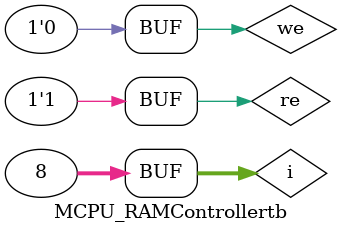
<source format=v>
module MCPU_RAMControllertb();

parameter WORD_SIZE=8;
parameter ADDR_WIDTH=8;
parameter RAM_SIZE=1<<ADDR_WIDTH;

integer i;

reg [WORD_SIZE-1:0] datawr;
reg [WORD_SIZE-1:0] addr;
reg [WORD_SIZE-1:0] instraddr;

reg we;
reg re;

wire [WORD_SIZE-1:0] datard;
wire [WORD_SIZE-1:0] instrrd;
wire [WORD_SIZE-1:0] instructionRead;
reg [WORD_SIZE-1:0] memi[RAM_SIZE-1:0];

MCPU_RAMController #(.WORD_SIZE(WORD_SIZE), .ADDR_WIDTH(ADDR_WIDTH), .RAM_SIZE(RAM_SIZE)) raminst (we, datawr, re, addr, datard, instraddr);
initial begin
    we = 1;
    re = 0;
end

always begin 
    #2 we =1;
    #2 we =0;
end
always begin
    #2 re=0;
    #2 re=1;
end
always begin 
    #2
    for (i=0; i<WORD_SIZE; i=i+1) begin
        datawr[i] = $random;
    end
    #2
    for(i=0; i<WORD_SIZE; i=i+1) begin 
        addr[i] = $random;
    end
    #2
    memi[addr] = datawr;
end

always begin 
    for (i=0; i<WORD_SIZE; i=i+1) begin 
        instraddr[i] = $random;
    end
end


endmodule

    
</source>
